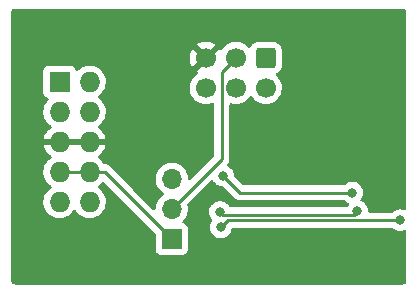
<source format=gbr>
G04 #@! TF.GenerationSoftware,KiCad,Pcbnew,(6.0.0)*
G04 #@! TF.CreationDate,2022-07-24T20:48:06-05:00*
G04 #@! TF.ProjectId,SWDAdapter,53574441-6461-4707-9465-722e6b696361,rev?*
G04 #@! TF.SameCoordinates,Original*
G04 #@! TF.FileFunction,Copper,L2,Bot*
G04 #@! TF.FilePolarity,Positive*
%FSLAX46Y46*%
G04 Gerber Fmt 4.6, Leading zero omitted, Abs format (unit mm)*
G04 Created by KiCad (PCBNEW (6.0.0)) date 2022-07-24 20:48:06*
%MOMM*%
%LPD*%
G01*
G04 APERTURE LIST*
G04 Aperture macros list*
%AMRoundRect*
0 Rectangle with rounded corners*
0 $1 Rounding radius*
0 $2 $3 $4 $5 $6 $7 $8 $9 X,Y pos of 4 corners*
0 Add a 4 corners polygon primitive as box body*
4,1,4,$2,$3,$4,$5,$6,$7,$8,$9,$2,$3,0*
0 Add four circle primitives for the rounded corners*
1,1,$1+$1,$2,$3*
1,1,$1+$1,$4,$5*
1,1,$1+$1,$6,$7*
1,1,$1+$1,$8,$9*
0 Add four rect primitives between the rounded corners*
20,1,$1+$1,$2,$3,$4,$5,0*
20,1,$1+$1,$4,$5,$6,$7,0*
20,1,$1+$1,$6,$7,$8,$9,0*
20,1,$1+$1,$8,$9,$2,$3,0*%
G04 Aperture macros list end*
G04 #@! TA.AperFunction,ComponentPad*
%ADD10R,1.727200X1.727200*%
G04 #@! TD*
G04 #@! TA.AperFunction,ComponentPad*
%ADD11O,1.727200X1.727200*%
G04 #@! TD*
G04 #@! TA.AperFunction,ComponentPad*
%ADD12RoundRect,0.250000X-0.600000X0.600000X-0.600000X-0.600000X0.600000X-0.600000X0.600000X0.600000X0*%
G04 #@! TD*
G04 #@! TA.AperFunction,ComponentPad*
%ADD13C,1.700000*%
G04 #@! TD*
G04 #@! TA.AperFunction,ComponentPad*
%ADD14R,1.700000X1.700000*%
G04 #@! TD*
G04 #@! TA.AperFunction,ComponentPad*
%ADD15O,1.700000X1.700000*%
G04 #@! TD*
G04 #@! TA.AperFunction,ViaPad*
%ADD16C,0.800000*%
G04 #@! TD*
G04 #@! TA.AperFunction,Conductor*
%ADD17C,0.250000*%
G04 #@! TD*
G04 APERTURE END LIST*
D10*
X125990000Y-64110000D03*
D11*
X128530000Y-64110000D03*
X125990000Y-66650000D03*
X128530000Y-66650000D03*
X125990000Y-69190000D03*
X128530000Y-69190000D03*
X125990000Y-71730000D03*
X128530000Y-71730000D03*
X125990000Y-74270000D03*
X128530000Y-74270000D03*
D12*
X143450000Y-62090000D03*
D13*
X143450000Y-64630000D03*
X140910000Y-62090000D03*
X140910000Y-64630000D03*
X138370000Y-62090000D03*
X138370000Y-64630000D03*
D14*
X135495900Y-77420400D03*
D15*
X135495900Y-74880400D03*
X135495900Y-72340400D03*
D16*
X139640000Y-76440000D03*
X154810000Y-75820000D03*
X139580000Y-75120000D03*
X151217815Y-75095500D03*
X139840000Y-72070000D03*
X150780000Y-73490000D03*
D17*
X140260000Y-75820000D02*
X139640000Y-76440000D01*
X154810000Y-75820000D02*
X140260000Y-75820000D01*
X150942826Y-75370489D02*
X151217815Y-75095500D01*
X139830489Y-75370489D02*
X150942826Y-75370489D01*
X139580000Y-75120000D02*
X139830489Y-75370489D01*
X150780000Y-73490000D02*
X141260000Y-73490000D01*
X141260000Y-73490000D02*
X139840000Y-72070000D01*
X139734999Y-63265001D02*
X140910000Y-62090000D01*
X139734999Y-70641301D02*
X139734999Y-63265001D01*
X135495900Y-74880400D02*
X139734999Y-70641301D01*
X129805500Y-71730000D02*
X135495900Y-77420400D01*
X125990000Y-71730000D02*
X128530000Y-71730000D01*
X128530000Y-71730000D02*
X129805500Y-71730000D01*
G04 #@! TA.AperFunction,Conductor*
G36*
X155068056Y-57913500D02*
G01*
X155082858Y-57915805D01*
X155082860Y-57915805D01*
X155091729Y-57917186D01*
X155100629Y-57916022D01*
X155109605Y-57916132D01*
X155109595Y-57916950D01*
X155131086Y-57917241D01*
X155156778Y-57921310D01*
X155194270Y-57933492D01*
X155229517Y-57951451D01*
X155261410Y-57974623D01*
X155289377Y-58002590D01*
X155312549Y-58034483D01*
X155330508Y-58069730D01*
X155342690Y-58107221D01*
X155346624Y-58132059D01*
X155348054Y-58151768D01*
X155346814Y-58159731D01*
X155349614Y-58181142D01*
X155350936Y-58191252D01*
X155352000Y-58207590D01*
X155352000Y-74872814D01*
X155331998Y-74940935D01*
X155278342Y-74987428D01*
X155208068Y-74997532D01*
X155174753Y-74987922D01*
X155092288Y-74951206D01*
X154992861Y-74930072D01*
X154911944Y-74912872D01*
X154911939Y-74912872D01*
X154905487Y-74911500D01*
X154714513Y-74911500D01*
X154708061Y-74912872D01*
X154708056Y-74912872D01*
X154627139Y-74930072D01*
X154527712Y-74951206D01*
X154521682Y-74953891D01*
X154521681Y-74953891D01*
X154359278Y-75026197D01*
X154359276Y-75026198D01*
X154353248Y-75028882D01*
X154347907Y-75032762D01*
X154347906Y-75032763D01*
X154237687Y-75112842D01*
X154198747Y-75141134D01*
X154194332Y-75146037D01*
X154189420Y-75150460D01*
X154188295Y-75149211D01*
X154134986Y-75182051D01*
X154101800Y-75186500D01*
X152254335Y-75186500D01*
X152186214Y-75166498D01*
X152139721Y-75112842D01*
X152129025Y-75073671D01*
X152112047Y-74912135D01*
X152112047Y-74912133D01*
X152111357Y-74905572D01*
X152052342Y-74723944D01*
X152048326Y-74716987D01*
X151968166Y-74578148D01*
X151956855Y-74558556D01*
X151939087Y-74538822D01*
X151833490Y-74421545D01*
X151833489Y-74421544D01*
X151829068Y-74416634D01*
X151674567Y-74304382D01*
X151668539Y-74301698D01*
X151668537Y-74301697D01*
X151543656Y-74246097D01*
X151489561Y-74200117D01*
X151468911Y-74132190D01*
X151488263Y-74063882D01*
X151501262Y-74046688D01*
X151519040Y-74026944D01*
X151594053Y-73897018D01*
X151611223Y-73867279D01*
X151611224Y-73867278D01*
X151614527Y-73861556D01*
X151673542Y-73679928D01*
X151679406Y-73624141D01*
X151692814Y-73496565D01*
X151693504Y-73490000D01*
X151684025Y-73399813D01*
X151674232Y-73306635D01*
X151674232Y-73306633D01*
X151673542Y-73300072D01*
X151614527Y-73118444D01*
X151606559Y-73104642D01*
X151545278Y-72998502D01*
X151519040Y-72953056D01*
X151506199Y-72938794D01*
X151395675Y-72816045D01*
X151395674Y-72816044D01*
X151391253Y-72811134D01*
X151236752Y-72698882D01*
X151230724Y-72696198D01*
X151230722Y-72696197D01*
X151068319Y-72623891D01*
X151068318Y-72623891D01*
X151062288Y-72621206D01*
X150949298Y-72597189D01*
X150881944Y-72582872D01*
X150881939Y-72582872D01*
X150875487Y-72581500D01*
X150684513Y-72581500D01*
X150678061Y-72582872D01*
X150678056Y-72582872D01*
X150610702Y-72597189D01*
X150497712Y-72621206D01*
X150491682Y-72623891D01*
X150491681Y-72623891D01*
X150329278Y-72696197D01*
X150329276Y-72696198D01*
X150323248Y-72698882D01*
X150317907Y-72702762D01*
X150317906Y-72702763D01*
X150255589Y-72748039D01*
X150168747Y-72811134D01*
X150164332Y-72816037D01*
X150159420Y-72820460D01*
X150158295Y-72819211D01*
X150104986Y-72852051D01*
X150071800Y-72856500D01*
X141574595Y-72856500D01*
X141506474Y-72836498D01*
X141485500Y-72819595D01*
X140787122Y-72121217D01*
X140753096Y-72058905D01*
X140750907Y-72045292D01*
X140734232Y-71886635D01*
X140734232Y-71886633D01*
X140733542Y-71880072D01*
X140674527Y-71698444D01*
X140670362Y-71691229D01*
X140582341Y-71538774D01*
X140579040Y-71533056D01*
X140533554Y-71482538D01*
X140455675Y-71396045D01*
X140455674Y-71396044D01*
X140451253Y-71391134D01*
X140296752Y-71278882D01*
X140253830Y-71259772D01*
X140199734Y-71213793D01*
X140179084Y-71145866D01*
X140198436Y-71077558D01*
X140209676Y-71062528D01*
X140211133Y-71061071D01*
X140213611Y-71057876D01*
X140221317Y-71048854D01*
X140246157Y-71022402D01*
X140251585Y-71016622D01*
X140261345Y-70998869D01*
X140272198Y-70982346D01*
X140279752Y-70972607D01*
X140284612Y-70966342D01*
X140302175Y-70925758D01*
X140307382Y-70915128D01*
X140328694Y-70876361D01*
X140330665Y-70868684D01*
X140330667Y-70868679D01*
X140333731Y-70856743D01*
X140340137Y-70838031D01*
X140345032Y-70826720D01*
X140348180Y-70819446D01*
X140349420Y-70811618D01*
X140349422Y-70811611D01*
X140355098Y-70775777D01*
X140357504Y-70764157D01*
X140366527Y-70729012D01*
X140366527Y-70729011D01*
X140368499Y-70721331D01*
X140368499Y-70701077D01*
X140370050Y-70681366D01*
X140371979Y-70669187D01*
X140373219Y-70661358D01*
X140369058Y-70617339D01*
X140368499Y-70605482D01*
X140368499Y-66059574D01*
X140388501Y-65991453D01*
X140442157Y-65944960D01*
X140512431Y-65934856D01*
X140527009Y-65938005D01*
X140529692Y-65939030D01*
X140534762Y-65940061D01*
X140534767Y-65940063D01*
X140667726Y-65967113D01*
X140748597Y-65983567D01*
X140753772Y-65983757D01*
X140753774Y-65983757D01*
X140966673Y-65991564D01*
X140966677Y-65991564D01*
X140971837Y-65991753D01*
X140976957Y-65991097D01*
X140976959Y-65991097D01*
X141188288Y-65964025D01*
X141188289Y-65964025D01*
X141193416Y-65963368D01*
X141245470Y-65947751D01*
X141402429Y-65900661D01*
X141402434Y-65900659D01*
X141407384Y-65899174D01*
X141607994Y-65800896D01*
X141789860Y-65671173D01*
X141818061Y-65643071D01*
X141944435Y-65517137D01*
X141948096Y-65513489D01*
X141955467Y-65503232D01*
X142078453Y-65332077D01*
X142079776Y-65333028D01*
X142126645Y-65289857D01*
X142196580Y-65277625D01*
X142262026Y-65305144D01*
X142289875Y-65336994D01*
X142349987Y-65435088D01*
X142496250Y-65603938D01*
X142668126Y-65746632D01*
X142861000Y-65859338D01*
X142865825Y-65861180D01*
X142865826Y-65861181D01*
X142938612Y-65888975D01*
X143069692Y-65939030D01*
X143074760Y-65940061D01*
X143074763Y-65940062D01*
X143182017Y-65961883D01*
X143288597Y-65983567D01*
X143293772Y-65983757D01*
X143293774Y-65983757D01*
X143506673Y-65991564D01*
X143506677Y-65991564D01*
X143511837Y-65991753D01*
X143516957Y-65991097D01*
X143516959Y-65991097D01*
X143728288Y-65964025D01*
X143728289Y-65964025D01*
X143733416Y-65963368D01*
X143785470Y-65947751D01*
X143942429Y-65900661D01*
X143942434Y-65900659D01*
X143947384Y-65899174D01*
X144147994Y-65800896D01*
X144329860Y-65671173D01*
X144358061Y-65643071D01*
X144484435Y-65517137D01*
X144488096Y-65513489D01*
X144495467Y-65503232D01*
X144615435Y-65336277D01*
X144618453Y-65332077D01*
X144639320Y-65289857D01*
X144715136Y-65136453D01*
X144715137Y-65136451D01*
X144717430Y-65131811D01*
X144782370Y-64918069D01*
X144811529Y-64696590D01*
X144813156Y-64630000D01*
X144794852Y-64407361D01*
X144740431Y-64190702D01*
X144651354Y-63985840D01*
X144530014Y-63798277D01*
X144379670Y-63633051D01*
X144337006Y-63599357D01*
X144295944Y-63541441D01*
X144292712Y-63470518D01*
X144328337Y-63409107D01*
X144361647Y-63386376D01*
X144367007Y-63383865D01*
X144373946Y-63381550D01*
X144524348Y-63288478D01*
X144649305Y-63163303D01*
X144665150Y-63137598D01*
X144738275Y-63018968D01*
X144738276Y-63018966D01*
X144742115Y-63012738D01*
X144793873Y-62856691D01*
X144795632Y-62851389D01*
X144795632Y-62851387D01*
X144797797Y-62844861D01*
X144808500Y-62740400D01*
X144808500Y-61439600D01*
X144805635Y-61411986D01*
X144798238Y-61340692D01*
X144798237Y-61340688D01*
X144797526Y-61333834D01*
X144763598Y-61232138D01*
X144743868Y-61173002D01*
X144741550Y-61166054D01*
X144648478Y-61015652D01*
X144523303Y-60890695D01*
X144517072Y-60886854D01*
X144378968Y-60801725D01*
X144378966Y-60801724D01*
X144372738Y-60797885D01*
X144212254Y-60744655D01*
X144211389Y-60744368D01*
X144211387Y-60744368D01*
X144204861Y-60742203D01*
X144198025Y-60741503D01*
X144198022Y-60741502D01*
X144154969Y-60737091D01*
X144100400Y-60731500D01*
X142799600Y-60731500D01*
X142796354Y-60731837D01*
X142796350Y-60731837D01*
X142700692Y-60741762D01*
X142700688Y-60741763D01*
X142693834Y-60742474D01*
X142687298Y-60744655D01*
X142687296Y-60744655D01*
X142624631Y-60765562D01*
X142526054Y-60798450D01*
X142375652Y-60891522D01*
X142370479Y-60896704D01*
X142314762Y-60952518D01*
X142250695Y-61016697D01*
X142246855Y-61022927D01*
X142246854Y-61022928D01*
X142201272Y-61096876D01*
X142157885Y-61167262D01*
X142155579Y-61174213D01*
X142153561Y-61178542D01*
X142106644Y-61231828D01*
X142038367Y-61251290D01*
X141970407Y-61230749D01*
X141946172Y-61210094D01*
X141843152Y-61096876D01*
X141843142Y-61096867D01*
X141839670Y-61093051D01*
X141835619Y-61089852D01*
X141835615Y-61089848D01*
X141668414Y-60957800D01*
X141668410Y-60957798D01*
X141664359Y-60954598D01*
X141468789Y-60846638D01*
X141463920Y-60844914D01*
X141463916Y-60844912D01*
X141263087Y-60773795D01*
X141263083Y-60773794D01*
X141258212Y-60772069D01*
X141253119Y-60771162D01*
X141253116Y-60771161D01*
X141043373Y-60733800D01*
X141043367Y-60733799D01*
X141038284Y-60732894D01*
X140964452Y-60731992D01*
X140820081Y-60730228D01*
X140820079Y-60730228D01*
X140814911Y-60730165D01*
X140594091Y-60763955D01*
X140381756Y-60833357D01*
X140303455Y-60874118D01*
X140261678Y-60895866D01*
X140183607Y-60936507D01*
X140179474Y-60939610D01*
X140179471Y-60939612D01*
X140009100Y-61067530D01*
X140004965Y-61070635D01*
X139850629Y-61232138D01*
X139776579Y-61340692D01*
X139742898Y-61390066D01*
X139687987Y-61435069D01*
X139617462Y-61443240D01*
X139553715Y-61411986D01*
X139533017Y-61387501D01*
X139503062Y-61341197D01*
X139492377Y-61331995D01*
X139482812Y-61336398D01*
X137616737Y-63202473D01*
X137609977Y-63214853D01*
X137615258Y-63221907D01*
X137661969Y-63249203D01*
X137710693Y-63300841D01*
X137723764Y-63370624D01*
X137697033Y-63436396D01*
X137656584Y-63469752D01*
X137643607Y-63476507D01*
X137639474Y-63479610D01*
X137639471Y-63479612D01*
X137469100Y-63607530D01*
X137464965Y-63610635D01*
X137310629Y-63772138D01*
X137184743Y-63956680D01*
X137169003Y-63990590D01*
X137113575Y-64110000D01*
X137090688Y-64159305D01*
X137030989Y-64374570D01*
X137007251Y-64596695D01*
X137007548Y-64601848D01*
X137007548Y-64601851D01*
X137013011Y-64696590D01*
X137020110Y-64819715D01*
X137021247Y-64824761D01*
X137021248Y-64824767D01*
X137022503Y-64830335D01*
X137069222Y-65037639D01*
X137153266Y-65244616D01*
X137199994Y-65320870D01*
X137267291Y-65430688D01*
X137269987Y-65435088D01*
X137416250Y-65603938D01*
X137588126Y-65746632D01*
X137781000Y-65859338D01*
X137785825Y-65861180D01*
X137785826Y-65861181D01*
X137858612Y-65888975D01*
X137989692Y-65939030D01*
X137994760Y-65940061D01*
X137994763Y-65940062D01*
X138102017Y-65961883D01*
X138208597Y-65983567D01*
X138213772Y-65983757D01*
X138213774Y-65983757D01*
X138426673Y-65991564D01*
X138426677Y-65991564D01*
X138431837Y-65991753D01*
X138436957Y-65991097D01*
X138436959Y-65991097D01*
X138648288Y-65964025D01*
X138648289Y-65964025D01*
X138653416Y-65963368D01*
X138705470Y-65947751D01*
X138862429Y-65900661D01*
X138862434Y-65900659D01*
X138867384Y-65899174D01*
X138920070Y-65873364D01*
X138990041Y-65861358D01*
X139055398Y-65889088D01*
X139095388Y-65947751D01*
X139101499Y-65986516D01*
X139101499Y-70326706D01*
X139081497Y-70394827D01*
X139064594Y-70415801D01*
X137072777Y-72407618D01*
X137010465Y-72441644D01*
X136939650Y-72436579D01*
X136882814Y-72394032D01*
X136858106Y-72328847D01*
X136843115Y-72146506D01*
X136840752Y-72117761D01*
X136786331Y-71901102D01*
X136697254Y-71696240D01*
X136595385Y-71538774D01*
X136578722Y-71513017D01*
X136578720Y-71513014D01*
X136575914Y-71508677D01*
X136425570Y-71343451D01*
X136421519Y-71340252D01*
X136421515Y-71340248D01*
X136254314Y-71208200D01*
X136254310Y-71208198D01*
X136250259Y-71204998D01*
X136239175Y-71198879D01*
X136169591Y-71160467D01*
X136054689Y-71097038D01*
X136049820Y-71095314D01*
X136049816Y-71095312D01*
X135848987Y-71024195D01*
X135848983Y-71024194D01*
X135844112Y-71022469D01*
X135839019Y-71021562D01*
X135839016Y-71021561D01*
X135629273Y-70984200D01*
X135629267Y-70984199D01*
X135624184Y-70983294D01*
X135546589Y-70982346D01*
X135405981Y-70980628D01*
X135405979Y-70980628D01*
X135400811Y-70980565D01*
X135179991Y-71014355D01*
X134967656Y-71083757D01*
X134769507Y-71186907D01*
X134765374Y-71190010D01*
X134765371Y-71190012D01*
X134595497Y-71317557D01*
X134590865Y-71321035D01*
X134436529Y-71482538D01*
X134310643Y-71667080D01*
X134216588Y-71869705D01*
X134156889Y-72084970D01*
X134133151Y-72307095D01*
X134133448Y-72312248D01*
X134133448Y-72312251D01*
X134140762Y-72439105D01*
X134146010Y-72530115D01*
X134147147Y-72535161D01*
X134147148Y-72535167D01*
X134167144Y-72623891D01*
X134195122Y-72748039D01*
X134279166Y-72955016D01*
X134281865Y-72959420D01*
X134384211Y-73126434D01*
X134395887Y-73145488D01*
X134542150Y-73314338D01*
X134714026Y-73457032D01*
X134759210Y-73483435D01*
X134787345Y-73499876D01*
X134836069Y-73551514D01*
X134849140Y-73621297D01*
X134822409Y-73687069D01*
X134781955Y-73720427D01*
X134769507Y-73726907D01*
X134765374Y-73730010D01*
X134765371Y-73730012D01*
X134595000Y-73857930D01*
X134590865Y-73861035D01*
X134587293Y-73864773D01*
X134448123Y-74010406D01*
X134436529Y-74022538D01*
X134433615Y-74026810D01*
X134433614Y-74026811D01*
X134364438Y-74128220D01*
X134310643Y-74207080D01*
X134281437Y-74270000D01*
X134248676Y-74340578D01*
X134216588Y-74409705D01*
X134156889Y-74624970D01*
X134133151Y-74847095D01*
X134133448Y-74852253D01*
X134133322Y-74857424D01*
X134131814Y-74857387D01*
X134117310Y-74919885D01*
X134066418Y-74969388D01*
X133996842Y-74983518D01*
X133930671Y-74957789D01*
X133918474Y-74947070D01*
X132238295Y-73266890D01*
X130309152Y-71337747D01*
X130301612Y-71329461D01*
X130297500Y-71322982D01*
X130247848Y-71276356D01*
X130245007Y-71273602D01*
X130225270Y-71253865D01*
X130222073Y-71251385D01*
X130213051Y-71243680D01*
X130186600Y-71218841D01*
X130180821Y-71213414D01*
X130173875Y-71209595D01*
X130173872Y-71209593D01*
X130163066Y-71203652D01*
X130146547Y-71192801D01*
X130138948Y-71186907D01*
X130130541Y-71180386D01*
X130123272Y-71177241D01*
X130123268Y-71177238D01*
X130089963Y-71162826D01*
X130079313Y-71157609D01*
X130040560Y-71136305D01*
X130020937Y-71131267D01*
X130002234Y-71124863D01*
X129990920Y-71119967D01*
X129990919Y-71119967D01*
X129983645Y-71116819D01*
X129975822Y-71115580D01*
X129975812Y-71115577D01*
X129939976Y-71109901D01*
X129928356Y-71107495D01*
X129893211Y-71098472D01*
X129893210Y-71098472D01*
X129885530Y-71096500D01*
X129865276Y-71096500D01*
X129845565Y-71094949D01*
X129833386Y-71093020D01*
X129825557Y-71091780D01*
X129817666Y-71092526D01*
X129816490Y-71092489D01*
X129749031Y-71070357D01*
X129714656Y-71034991D01*
X129706556Y-71022469D01*
X129620826Y-70889951D01*
X129468977Y-70723071D01*
X129464926Y-70719872D01*
X129464922Y-70719868D01*
X129295966Y-70586434D01*
X129295962Y-70586432D01*
X129291911Y-70583232D01*
X129287387Y-70580734D01*
X129287383Y-70580732D01*
X129268048Y-70570058D01*
X129218079Y-70519625D01*
X129203308Y-70450182D01*
X129228426Y-70383777D01*
X129255776Y-70357172D01*
X129414136Y-70244216D01*
X129422003Y-70237567D01*
X129574445Y-70085656D01*
X129581122Y-70077811D01*
X129706702Y-69903047D01*
X129712013Y-69894208D01*
X129807358Y-69701292D01*
X129811156Y-69691699D01*
X129873716Y-69485791D01*
X129875893Y-69475721D01*
X129877705Y-69461960D01*
X129875493Y-69447778D01*
X129862336Y-69444000D01*
X124659283Y-69444000D01*
X124645752Y-69447973D01*
X124644315Y-69457966D01*
X124675542Y-69596528D01*
X124678621Y-69606356D01*
X124759589Y-69805756D01*
X124764232Y-69814947D01*
X124876682Y-69998448D01*
X124882765Y-70006759D01*
X125023665Y-70169417D01*
X125031032Y-70176633D01*
X125196606Y-70314095D01*
X125205057Y-70320013D01*
X125254545Y-70348932D01*
X125303268Y-70400570D01*
X125316339Y-70470353D01*
X125289607Y-70536125D01*
X125258932Y-70563608D01*
X125256335Y-70564960D01*
X125252202Y-70568063D01*
X125252199Y-70568065D01*
X125080040Y-70697325D01*
X125075905Y-70700430D01*
X125072333Y-70704168D01*
X124944411Y-70838031D01*
X124920024Y-70863550D01*
X124792878Y-71049940D01*
X124790704Y-71054624D01*
X124790702Y-71054627D01*
X124701060Y-71247745D01*
X124697881Y-71254593D01*
X124637585Y-71472013D01*
X124613609Y-71696362D01*
X124626597Y-71921614D01*
X124627734Y-71926660D01*
X124627735Y-71926666D01*
X124654469Y-72045292D01*
X124676200Y-72141720D01*
X124678142Y-72146502D01*
X124678143Y-72146506D01*
X124759142Y-72345982D01*
X124761086Y-72350769D01*
X124878975Y-72543147D01*
X125026702Y-72713687D01*
X125200299Y-72857810D01*
X125204751Y-72860412D01*
X125204756Y-72860415D01*
X125254069Y-72889231D01*
X125302792Y-72940870D01*
X125315863Y-73010653D01*
X125289131Y-73076425D01*
X125258595Y-73103783D01*
X125256335Y-73104960D01*
X125075905Y-73240430D01*
X124920024Y-73403550D01*
X124792878Y-73589940D01*
X124790704Y-73594624D01*
X124790702Y-73594627D01*
X124719402Y-73748231D01*
X124697881Y-73794593D01*
X124637585Y-74012013D01*
X124613609Y-74236362D01*
X124613906Y-74241514D01*
X124613906Y-74241518D01*
X124622455Y-74389786D01*
X124626597Y-74461614D01*
X124627734Y-74466660D01*
X124627735Y-74466666D01*
X124648444Y-74558556D01*
X124676200Y-74681720D01*
X124678142Y-74686502D01*
X124678143Y-74686506D01*
X124758242Y-74883765D01*
X124761086Y-74890769D01*
X124763785Y-74895173D01*
X124820319Y-74987428D01*
X124878975Y-75083147D01*
X125026702Y-75253687D01*
X125200299Y-75397810D01*
X125204751Y-75400412D01*
X125204756Y-75400415D01*
X125360725Y-75491556D01*
X125395103Y-75511645D01*
X125605884Y-75592134D01*
X125610952Y-75593165D01*
X125610955Y-75593166D01*
X125719404Y-75615230D01*
X125826981Y-75637117D01*
X125832156Y-75637307D01*
X125832158Y-75637307D01*
X126047292Y-75645196D01*
X126047296Y-75645196D01*
X126052456Y-75645385D01*
X126057576Y-75644729D01*
X126057578Y-75644729D01*
X126126985Y-75635838D01*
X126276253Y-75616716D01*
X126281202Y-75615231D01*
X126281208Y-75615230D01*
X126487413Y-75553365D01*
X126487412Y-75553365D01*
X126492363Y-75551880D01*
X126628329Y-75485271D01*
X126690331Y-75454897D01*
X126690336Y-75454894D01*
X126694982Y-75452618D01*
X126699192Y-75449615D01*
X126699197Y-75449612D01*
X126874455Y-75324601D01*
X126874459Y-75324597D01*
X126878667Y-75321596D01*
X127038487Y-75162333D01*
X127159370Y-74994107D01*
X127215364Y-74950459D01*
X127286068Y-74944013D01*
X127349032Y-74976816D01*
X127369125Y-75001799D01*
X127416275Y-75078743D01*
X127416279Y-75078748D01*
X127418975Y-75083147D01*
X127566702Y-75253687D01*
X127740299Y-75397810D01*
X127744751Y-75400412D01*
X127744756Y-75400415D01*
X127900725Y-75491556D01*
X127935103Y-75511645D01*
X128145884Y-75592134D01*
X128150952Y-75593165D01*
X128150955Y-75593166D01*
X128259404Y-75615230D01*
X128366981Y-75637117D01*
X128372156Y-75637307D01*
X128372158Y-75637307D01*
X128587292Y-75645196D01*
X128587296Y-75645196D01*
X128592456Y-75645385D01*
X128597576Y-75644729D01*
X128597578Y-75644729D01*
X128666985Y-75635838D01*
X128816253Y-75616716D01*
X128821202Y-75615231D01*
X128821208Y-75615230D01*
X129027413Y-75553365D01*
X129027412Y-75553365D01*
X129032363Y-75551880D01*
X129168329Y-75485271D01*
X129230331Y-75454897D01*
X129230336Y-75454894D01*
X129234982Y-75452618D01*
X129239192Y-75449615D01*
X129239197Y-75449612D01*
X129414455Y-75324601D01*
X129414459Y-75324597D01*
X129418667Y-75321596D01*
X129578487Y-75162333D01*
X129710150Y-74979105D01*
X129810118Y-74776835D01*
X129868992Y-74583056D01*
X129874206Y-74565896D01*
X129874206Y-74565895D01*
X129875708Y-74560952D01*
X129877655Y-74546165D01*
X129904721Y-74340578D01*
X129904722Y-74340572D01*
X129905158Y-74337256D01*
X129906802Y-74270000D01*
X129888315Y-74045132D01*
X129833349Y-73826304D01*
X129743380Y-73619391D01*
X129695282Y-73545043D01*
X129623634Y-73434291D01*
X129623632Y-73434288D01*
X129620826Y-73429951D01*
X129468977Y-73263071D01*
X129464926Y-73259872D01*
X129464922Y-73259868D01*
X129295966Y-73126434D01*
X129295962Y-73126432D01*
X129291911Y-73123232D01*
X129268535Y-73110328D01*
X129218564Y-73059896D01*
X129203792Y-72990453D01*
X129228908Y-72924047D01*
X129256259Y-72897441D01*
X129414455Y-72784601D01*
X129414459Y-72784597D01*
X129418667Y-72781596D01*
X129578487Y-72622333D01*
X129585366Y-72612760D01*
X129641359Y-72569111D01*
X129712063Y-72562664D01*
X129776785Y-72597189D01*
X131951479Y-74771884D01*
X134100495Y-76920900D01*
X134134521Y-76983212D01*
X134137400Y-77009995D01*
X134137400Y-78318534D01*
X134144155Y-78380716D01*
X134195285Y-78517105D01*
X134282639Y-78633661D01*
X134399195Y-78721015D01*
X134535584Y-78772145D01*
X134597766Y-78778900D01*
X136394034Y-78778900D01*
X136456216Y-78772145D01*
X136592605Y-78721015D01*
X136709161Y-78633661D01*
X136796515Y-78517105D01*
X136847645Y-78380716D01*
X136854400Y-78318534D01*
X136854400Y-76522266D01*
X136847645Y-76460084D01*
X136796515Y-76323695D01*
X136709161Y-76207139D01*
X136592605Y-76119785D01*
X136580032Y-76115072D01*
X136474103Y-76075360D01*
X136417339Y-76032718D01*
X136392639Y-75966156D01*
X136407847Y-75896808D01*
X136429393Y-75868127D01*
X136434068Y-75863468D01*
X136533996Y-75763889D01*
X136664353Y-75582477D01*
X136757252Y-75394510D01*
X136761036Y-75386853D01*
X136761037Y-75386851D01*
X136763330Y-75382211D01*
X136795800Y-75275340D01*
X136826765Y-75173423D01*
X136826765Y-75173421D01*
X136828270Y-75168469D01*
X136857429Y-74946990D01*
X136857682Y-74936635D01*
X136858974Y-74883765D01*
X136858974Y-74883761D01*
X136859056Y-74880400D01*
X136840752Y-74657761D01*
X136812721Y-74546165D01*
X136815525Y-74475223D01*
X136845830Y-74426374D01*
X138825371Y-72446833D01*
X138887683Y-72412807D01*
X138958498Y-72417872D01*
X139015334Y-72460419D01*
X139023585Y-72472927D01*
X139100960Y-72606944D01*
X139105378Y-72611851D01*
X139105379Y-72611852D01*
X139114816Y-72622333D01*
X139228747Y-72748866D01*
X139268771Y-72777945D01*
X139349362Y-72836498D01*
X139383248Y-72861118D01*
X139389276Y-72863802D01*
X139389278Y-72863803D01*
X139551681Y-72936109D01*
X139557712Y-72938794D01*
X139651113Y-72958647D01*
X139738056Y-72977128D01*
X139738061Y-72977128D01*
X139744513Y-72978500D01*
X139800406Y-72978500D01*
X139868527Y-72998502D01*
X139889501Y-73015405D01*
X140756343Y-73882247D01*
X140763887Y-73890537D01*
X140768000Y-73897018D01*
X140773777Y-73902443D01*
X140817667Y-73943658D01*
X140820509Y-73946413D01*
X140840230Y-73966134D01*
X140843425Y-73968612D01*
X140852447Y-73976318D01*
X140884679Y-74006586D01*
X140891628Y-74010406D01*
X140902432Y-74016346D01*
X140918956Y-74027199D01*
X140934959Y-74039613D01*
X140975543Y-74057176D01*
X140986173Y-74062383D01*
X141024940Y-74083695D01*
X141032617Y-74085666D01*
X141032622Y-74085668D01*
X141044558Y-74088732D01*
X141063266Y-74095137D01*
X141081855Y-74103181D01*
X141089683Y-74104421D01*
X141089690Y-74104423D01*
X141125524Y-74110099D01*
X141137144Y-74112505D01*
X141172289Y-74121528D01*
X141179970Y-74123500D01*
X141200224Y-74123500D01*
X141219934Y-74125051D01*
X141239943Y-74128220D01*
X141247835Y-74127474D01*
X141283961Y-74124059D01*
X141295819Y-74123500D01*
X150071800Y-74123500D01*
X150139921Y-74143502D01*
X150159147Y-74159843D01*
X150159420Y-74159540D01*
X150164332Y-74163963D01*
X150168747Y-74168866D01*
X150174086Y-74172745D01*
X150312576Y-74273364D01*
X150323248Y-74281118D01*
X150329276Y-74283802D01*
X150329278Y-74283803D01*
X150454159Y-74339403D01*
X150508254Y-74385383D01*
X150528904Y-74453310D01*
X150509552Y-74521618D01*
X150496553Y-74538812D01*
X150478775Y-74558556D01*
X150418520Y-74662922D01*
X150412130Y-74673989D01*
X150360748Y-74722982D01*
X150303011Y-74736989D01*
X140480659Y-74736989D01*
X140412538Y-74716987D01*
X140371540Y-74673989D01*
X140319040Y-74583056D01*
X140299138Y-74560952D01*
X140195675Y-74446045D01*
X140195674Y-74446044D01*
X140191253Y-74441134D01*
X140036752Y-74328882D01*
X140030724Y-74326198D01*
X140030722Y-74326197D01*
X139868319Y-74253891D01*
X139868318Y-74253891D01*
X139862288Y-74251206D01*
X139768304Y-74231229D01*
X139681944Y-74212872D01*
X139681939Y-74212872D01*
X139675487Y-74211500D01*
X139484513Y-74211500D01*
X139478061Y-74212872D01*
X139478056Y-74212872D01*
X139391696Y-74231229D01*
X139297712Y-74251206D01*
X139291682Y-74253891D01*
X139291681Y-74253891D01*
X139129278Y-74326197D01*
X139129276Y-74326198D01*
X139123248Y-74328882D01*
X138968747Y-74441134D01*
X138964326Y-74446044D01*
X138964325Y-74446045D01*
X138860863Y-74560952D01*
X138840960Y-74583056D01*
X138837659Y-74588774D01*
X138752087Y-74736989D01*
X138745473Y-74748444D01*
X138686458Y-74930072D01*
X138685768Y-74936633D01*
X138685768Y-74936635D01*
X138683545Y-74957789D01*
X138666496Y-75120000D01*
X138686458Y-75309928D01*
X138745473Y-75491556D01*
X138840960Y-75656944D01*
X138905848Y-75729010D01*
X138936564Y-75793015D01*
X138927801Y-75863468D01*
X138909046Y-75892649D01*
X138909261Y-75892805D01*
X138906527Y-75896568D01*
X138905842Y-75897634D01*
X138900960Y-75903056D01*
X138805473Y-76068444D01*
X138746458Y-76250072D01*
X138726496Y-76440000D01*
X138727186Y-76446565D01*
X138735502Y-76525683D01*
X138746458Y-76629928D01*
X138805473Y-76811556D01*
X138900960Y-76976944D01*
X139028747Y-77118866D01*
X139183248Y-77231118D01*
X139189276Y-77233802D01*
X139189278Y-77233803D01*
X139351681Y-77306109D01*
X139357712Y-77308794D01*
X139451112Y-77328647D01*
X139538056Y-77347128D01*
X139538061Y-77347128D01*
X139544513Y-77348500D01*
X139735487Y-77348500D01*
X139741939Y-77347128D01*
X139741944Y-77347128D01*
X139828888Y-77328647D01*
X139922288Y-77308794D01*
X139928319Y-77306109D01*
X140090722Y-77233803D01*
X140090724Y-77233802D01*
X140096752Y-77231118D01*
X140251253Y-77118866D01*
X140379040Y-76976944D01*
X140474527Y-76811556D01*
X140533542Y-76629928D01*
X140540226Y-76566329D01*
X140567239Y-76500673D01*
X140625460Y-76460043D01*
X140665536Y-76453500D01*
X154101800Y-76453500D01*
X154169921Y-76473502D01*
X154189147Y-76489843D01*
X154189420Y-76489540D01*
X154194332Y-76493963D01*
X154198747Y-76498866D01*
X154353248Y-76611118D01*
X154359276Y-76613802D01*
X154359278Y-76613803D01*
X154521681Y-76686109D01*
X154527712Y-76688794D01*
X154621113Y-76708647D01*
X154708056Y-76727128D01*
X154708061Y-76727128D01*
X154714513Y-76728500D01*
X154905487Y-76728500D01*
X154911939Y-76727128D01*
X154911944Y-76727128D01*
X154998887Y-76708647D01*
X155092288Y-76688794D01*
X155174752Y-76652079D01*
X155245118Y-76642645D01*
X155309415Y-76672751D01*
X155347229Y-76732840D01*
X155352000Y-76767186D01*
X155352000Y-80976671D01*
X155350500Y-80996055D01*
X155346814Y-81019729D01*
X155347978Y-81028629D01*
X155347868Y-81037605D01*
X155347050Y-81037595D01*
X155346759Y-81059086D01*
X155342690Y-81084778D01*
X155330508Y-81122270D01*
X155312549Y-81157517D01*
X155289377Y-81189410D01*
X155261410Y-81217377D01*
X155229517Y-81240549D01*
X155194270Y-81258508D01*
X155156779Y-81270690D01*
X155131941Y-81274624D01*
X155112232Y-81276054D01*
X155104269Y-81274814D01*
X155072748Y-81278936D01*
X155056410Y-81280000D01*
X122223329Y-81280000D01*
X122203944Y-81278500D01*
X122189142Y-81276195D01*
X122189140Y-81276195D01*
X122180271Y-81274814D01*
X122171371Y-81275978D01*
X122162395Y-81275868D01*
X122162405Y-81275050D01*
X122140914Y-81274759D01*
X122115222Y-81270690D01*
X122077730Y-81258508D01*
X122042483Y-81240549D01*
X122010590Y-81217377D01*
X121982623Y-81189410D01*
X121959451Y-81157517D01*
X121941492Y-81122270D01*
X121929310Y-81084779D01*
X121925376Y-81059941D01*
X121923946Y-81040232D01*
X121925186Y-81032269D01*
X121921064Y-81000747D01*
X121920000Y-80984410D01*
X121920000Y-66616362D01*
X124613609Y-66616362D01*
X124613906Y-66621514D01*
X124613906Y-66621518D01*
X124619618Y-66720578D01*
X124626597Y-66841614D01*
X124627734Y-66846660D01*
X124627735Y-66846666D01*
X124648984Y-66940952D01*
X124676200Y-67061720D01*
X124678142Y-67066502D01*
X124678143Y-67066506D01*
X124714822Y-67156835D01*
X124761086Y-67270769D01*
X124878975Y-67463147D01*
X125026702Y-67633687D01*
X125200299Y-67777810D01*
X125204751Y-67780412D01*
X125204756Y-67780415D01*
X125254555Y-67809515D01*
X125303278Y-67861154D01*
X125316349Y-67930937D01*
X125289617Y-67996709D01*
X125258131Y-68024920D01*
X125252471Y-68028485D01*
X125080373Y-68157700D01*
X125072666Y-68164543D01*
X124923984Y-68320129D01*
X124917498Y-68328139D01*
X124796232Y-68505908D01*
X124791134Y-68514882D01*
X124700530Y-68710071D01*
X124696967Y-68719758D01*
X124640536Y-68923239D01*
X124642233Y-68932609D01*
X124654610Y-68936000D01*
X129862367Y-68936000D01*
X129875898Y-68932027D01*
X129877203Y-68922947D01*
X129834133Y-68751477D01*
X129830813Y-68741726D01*
X129744999Y-68544365D01*
X129740133Y-68535290D01*
X129623239Y-68354601D01*
X129616947Y-68346430D01*
X129472113Y-68187260D01*
X129464580Y-68180234D01*
X129295691Y-68046855D01*
X129287104Y-68041150D01*
X129268082Y-68030649D01*
X129218111Y-67980216D01*
X129203340Y-67910773D01*
X129228457Y-67844368D01*
X129255801Y-67817768D01*
X129418667Y-67701596D01*
X129578487Y-67542333D01*
X129710150Y-67359105D01*
X129810118Y-67156835D01*
X129875708Y-66940952D01*
X129905158Y-66717256D01*
X129906802Y-66650000D01*
X129888315Y-66425132D01*
X129833349Y-66206304D01*
X129743380Y-65999391D01*
X129695282Y-65925043D01*
X129623634Y-65814291D01*
X129623632Y-65814288D01*
X129620826Y-65809951D01*
X129468977Y-65643071D01*
X129464926Y-65639872D01*
X129464922Y-65639868D01*
X129295966Y-65506434D01*
X129295962Y-65506432D01*
X129291911Y-65503232D01*
X129268535Y-65490328D01*
X129218564Y-65439896D01*
X129203792Y-65370453D01*
X129228908Y-65304047D01*
X129256259Y-65277441D01*
X129414455Y-65164601D01*
X129414459Y-65164597D01*
X129418667Y-65161596D01*
X129578487Y-65002333D01*
X129710150Y-64819105D01*
X129772356Y-64693240D01*
X129807824Y-64621477D01*
X129807825Y-64621475D01*
X129810118Y-64616835D01*
X129875708Y-64400952D01*
X129879837Y-64369588D01*
X129904721Y-64180578D01*
X129904722Y-64180572D01*
X129905158Y-64177256D01*
X129906802Y-64110000D01*
X129888315Y-63885132D01*
X129833349Y-63666304D01*
X129743380Y-63459391D01*
X129693388Y-63382115D01*
X129623634Y-63274291D01*
X129623632Y-63274288D01*
X129620826Y-63269951D01*
X129468977Y-63103071D01*
X129464926Y-63099872D01*
X129464922Y-63099868D01*
X129295966Y-62966434D01*
X129295962Y-62966432D01*
X129291911Y-62963232D01*
X129094383Y-62854191D01*
X128881698Y-62778876D01*
X128831297Y-62769898D01*
X128664657Y-62740214D01*
X128664653Y-62740214D01*
X128659569Y-62739308D01*
X128587574Y-62738429D01*
X128439129Y-62736615D01*
X128439127Y-62736615D01*
X128433959Y-62736552D01*
X128210929Y-62770680D01*
X127996468Y-62840777D01*
X127796335Y-62944960D01*
X127792202Y-62948063D01*
X127792199Y-62948065D01*
X127620040Y-63077325D01*
X127615905Y-63080430D01*
X127612333Y-63084168D01*
X127552411Y-63146872D01*
X127490887Y-63182301D01*
X127419975Y-63178844D01*
X127362188Y-63137598D01*
X127343336Y-63104050D01*
X127307367Y-63008103D01*
X127304215Y-62999695D01*
X127216861Y-62883139D01*
X127100305Y-62795785D01*
X126963916Y-62744655D01*
X126901734Y-62737900D01*
X125078266Y-62737900D01*
X125016084Y-62744655D01*
X124879695Y-62795785D01*
X124763139Y-62883139D01*
X124675785Y-62999695D01*
X124624655Y-63136084D01*
X124617900Y-63198266D01*
X124617900Y-65021734D01*
X124624655Y-65083916D01*
X124675785Y-65220305D01*
X124763139Y-65336861D01*
X124879695Y-65424215D01*
X124888103Y-65427367D01*
X124983446Y-65463110D01*
X125040210Y-65505752D01*
X125064910Y-65572314D01*
X125049702Y-65641662D01*
X125030312Y-65668140D01*
X124920024Y-65783550D01*
X124792878Y-65969940D01*
X124790704Y-65974624D01*
X124790702Y-65974627D01*
X124719402Y-66128231D01*
X124697881Y-66174593D01*
X124637585Y-66392013D01*
X124613609Y-66616362D01*
X121920000Y-66616362D01*
X121920000Y-62061863D01*
X137008050Y-62061863D01*
X137020309Y-62274477D01*
X137021745Y-62284697D01*
X137068565Y-62492446D01*
X137071645Y-62502275D01*
X137151770Y-62699603D01*
X137156413Y-62708794D01*
X137236460Y-62839420D01*
X137246916Y-62848880D01*
X137255694Y-62845096D01*
X137997978Y-62102812D01*
X138005592Y-62088868D01*
X138005461Y-62087035D01*
X138001210Y-62080420D01*
X137259849Y-61339059D01*
X137248313Y-61332759D01*
X137236031Y-61342382D01*
X137188089Y-61412662D01*
X137183004Y-61421613D01*
X137093338Y-61614783D01*
X137089775Y-61624470D01*
X137032864Y-61829681D01*
X137030933Y-61839800D01*
X137008302Y-62051574D01*
X137008050Y-62061863D01*
X121920000Y-62061863D01*
X121920000Y-60966427D01*
X137611223Y-60966427D01*
X137617968Y-60978758D01*
X138357188Y-61717978D01*
X138371132Y-61725592D01*
X138372965Y-61725461D01*
X138379580Y-61721210D01*
X139123389Y-60977401D01*
X139130410Y-60964544D01*
X139123611Y-60955213D01*
X139119554Y-60952518D01*
X138933117Y-60849599D01*
X138923705Y-60845369D01*
X138722959Y-60774280D01*
X138712989Y-60771646D01*
X138503327Y-60734301D01*
X138493073Y-60733331D01*
X138280116Y-60730728D01*
X138269832Y-60731448D01*
X138059321Y-60763661D01*
X138049293Y-60766050D01*
X137846868Y-60832212D01*
X137837359Y-60836209D01*
X137648466Y-60934540D01*
X137639734Y-60940039D01*
X137619677Y-60955099D01*
X137611223Y-60966427D01*
X121920000Y-60966427D01*
X121920000Y-58215329D01*
X121921500Y-58195944D01*
X121923805Y-58181142D01*
X121923805Y-58181140D01*
X121925186Y-58172271D01*
X121924022Y-58163371D01*
X121924132Y-58154395D01*
X121924950Y-58154405D01*
X121925241Y-58132914D01*
X121929310Y-58107222D01*
X121941492Y-58069730D01*
X121959451Y-58034483D01*
X121982623Y-58002590D01*
X122010590Y-57974623D01*
X122042483Y-57951451D01*
X122077730Y-57933492D01*
X122115221Y-57921310D01*
X122140059Y-57917376D01*
X122159768Y-57915946D01*
X122167731Y-57917186D01*
X122199253Y-57913064D01*
X122215590Y-57912000D01*
X155048671Y-57912000D01*
X155068056Y-57913500D01*
G37*
G04 #@! TD.AperFunction*
M02*

</source>
